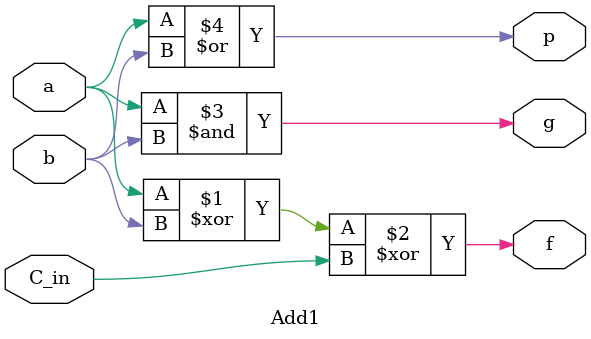
<source format=v>
module Add1
(
		input a,
		input b,
		input C_in,
		output f,
		output g,
		output p
		);
assign f=a^b^C_in;
assign g=a&b;
assign p=a|b;
endmodule

</source>
